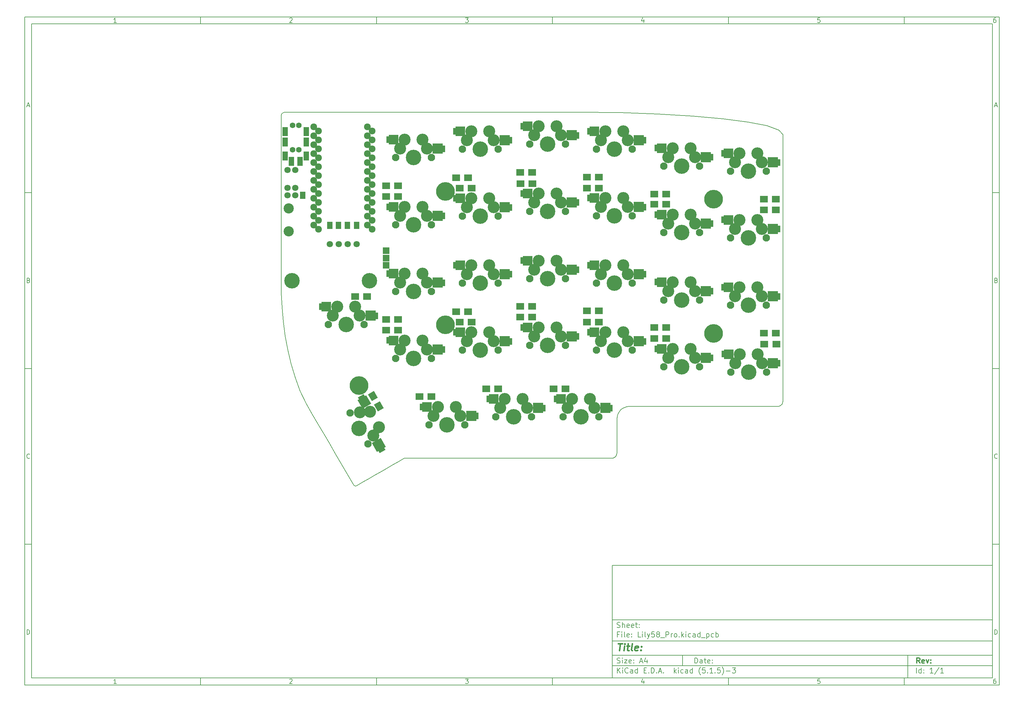
<source format=gts>
G04 #@! TF.GenerationSoftware,KiCad,Pcbnew,(5.1.5)-3*
G04 #@! TF.CreationDate,2020-05-06T00:51:22+04:00*
G04 #@! TF.ProjectId,Lily58_Pro,4c696c79-3538-45f5-9072-6f2e6b696361,rev?*
G04 #@! TF.SameCoordinates,Original*
G04 #@! TF.FileFunction,Soldermask,Top*
G04 #@! TF.FilePolarity,Negative*
%FSLAX46Y46*%
G04 Gerber Fmt 4.6, Leading zero omitted, Abs format (unit mm)*
G04 Created by KiCad (PCBNEW (5.1.5)-3) date 2020-05-06 00:51:22*
%MOMM*%
%LPD*%
G04 APERTURE LIST*
%ADD10C,0.100000*%
%ADD11C,0.150000*%
%ADD12C,0.300000*%
%ADD13C,0.400000*%
%ADD14C,0.200000*%
%ADD15C,3.400000*%
%ADD16C,2.100000*%
%ADD17C,4.400000*%
%ADD18C,0.500000*%
%ADD19R,2.900000X2.900000*%
%ADD20R,2.800000X2.800000*%
%ADD21R,1.100000X1.900000*%
%ADD22C,1.600000*%
%ADD23R,1.600000X2.500000*%
%ADD24R,1.924000X1.924000*%
%ADD25C,1.924000*%
%ADD26C,5.300000*%
%ADD27C,1.797000*%
%ADD28R,1.543000X1.035000*%
%ADD29C,2.900000*%
%ADD30R,0.781000X0.781000*%
%ADD31R,2.200000X1.900000*%
G04 APERTURE END LIST*
D10*
D11*
X177002200Y-166007200D02*
X177002200Y-198007200D01*
X285002200Y-198007200D01*
X285002200Y-166007200D01*
X177002200Y-166007200D01*
D10*
D11*
X10000000Y-10000000D02*
X10000000Y-200007200D01*
X287002200Y-200007200D01*
X287002200Y-10000000D01*
X10000000Y-10000000D01*
D10*
D11*
X12000000Y-12000000D02*
X12000000Y-198007200D01*
X285002200Y-198007200D01*
X285002200Y-12000000D01*
X12000000Y-12000000D01*
D10*
D11*
X60000000Y-12000000D02*
X60000000Y-10000000D01*
D10*
D11*
X110000000Y-12000000D02*
X110000000Y-10000000D01*
D10*
D11*
X160000000Y-12000000D02*
X160000000Y-10000000D01*
D10*
D11*
X210000000Y-12000000D02*
X210000000Y-10000000D01*
D10*
D11*
X260000000Y-12000000D02*
X260000000Y-10000000D01*
D10*
D11*
X36065476Y-11588095D02*
X35322619Y-11588095D01*
X35694047Y-11588095D02*
X35694047Y-10288095D01*
X35570238Y-10473809D01*
X35446428Y-10597619D01*
X35322619Y-10659523D01*
D10*
D11*
X85322619Y-10411904D02*
X85384523Y-10350000D01*
X85508333Y-10288095D01*
X85817857Y-10288095D01*
X85941666Y-10350000D01*
X86003571Y-10411904D01*
X86065476Y-10535714D01*
X86065476Y-10659523D01*
X86003571Y-10845238D01*
X85260714Y-11588095D01*
X86065476Y-11588095D01*
D10*
D11*
X135260714Y-10288095D02*
X136065476Y-10288095D01*
X135632142Y-10783333D01*
X135817857Y-10783333D01*
X135941666Y-10845238D01*
X136003571Y-10907142D01*
X136065476Y-11030952D01*
X136065476Y-11340476D01*
X136003571Y-11464285D01*
X135941666Y-11526190D01*
X135817857Y-11588095D01*
X135446428Y-11588095D01*
X135322619Y-11526190D01*
X135260714Y-11464285D01*
D10*
D11*
X185941666Y-10721428D02*
X185941666Y-11588095D01*
X185632142Y-10226190D02*
X185322619Y-11154761D01*
X186127380Y-11154761D01*
D10*
D11*
X236003571Y-10288095D02*
X235384523Y-10288095D01*
X235322619Y-10907142D01*
X235384523Y-10845238D01*
X235508333Y-10783333D01*
X235817857Y-10783333D01*
X235941666Y-10845238D01*
X236003571Y-10907142D01*
X236065476Y-11030952D01*
X236065476Y-11340476D01*
X236003571Y-11464285D01*
X235941666Y-11526190D01*
X235817857Y-11588095D01*
X235508333Y-11588095D01*
X235384523Y-11526190D01*
X235322619Y-11464285D01*
D10*
D11*
X285941666Y-10288095D02*
X285694047Y-10288095D01*
X285570238Y-10350000D01*
X285508333Y-10411904D01*
X285384523Y-10597619D01*
X285322619Y-10845238D01*
X285322619Y-11340476D01*
X285384523Y-11464285D01*
X285446428Y-11526190D01*
X285570238Y-11588095D01*
X285817857Y-11588095D01*
X285941666Y-11526190D01*
X286003571Y-11464285D01*
X286065476Y-11340476D01*
X286065476Y-11030952D01*
X286003571Y-10907142D01*
X285941666Y-10845238D01*
X285817857Y-10783333D01*
X285570238Y-10783333D01*
X285446428Y-10845238D01*
X285384523Y-10907142D01*
X285322619Y-11030952D01*
D10*
D11*
X60000000Y-198007200D02*
X60000000Y-200007200D01*
D10*
D11*
X110000000Y-198007200D02*
X110000000Y-200007200D01*
D10*
D11*
X160000000Y-198007200D02*
X160000000Y-200007200D01*
D10*
D11*
X210000000Y-198007200D02*
X210000000Y-200007200D01*
D10*
D11*
X260000000Y-198007200D02*
X260000000Y-200007200D01*
D10*
D11*
X36065476Y-199595295D02*
X35322619Y-199595295D01*
X35694047Y-199595295D02*
X35694047Y-198295295D01*
X35570238Y-198481009D01*
X35446428Y-198604819D01*
X35322619Y-198666723D01*
D10*
D11*
X85322619Y-198419104D02*
X85384523Y-198357200D01*
X85508333Y-198295295D01*
X85817857Y-198295295D01*
X85941666Y-198357200D01*
X86003571Y-198419104D01*
X86065476Y-198542914D01*
X86065476Y-198666723D01*
X86003571Y-198852438D01*
X85260714Y-199595295D01*
X86065476Y-199595295D01*
D10*
D11*
X135260714Y-198295295D02*
X136065476Y-198295295D01*
X135632142Y-198790533D01*
X135817857Y-198790533D01*
X135941666Y-198852438D01*
X136003571Y-198914342D01*
X136065476Y-199038152D01*
X136065476Y-199347676D01*
X136003571Y-199471485D01*
X135941666Y-199533390D01*
X135817857Y-199595295D01*
X135446428Y-199595295D01*
X135322619Y-199533390D01*
X135260714Y-199471485D01*
D10*
D11*
X185941666Y-198728628D02*
X185941666Y-199595295D01*
X185632142Y-198233390D02*
X185322619Y-199161961D01*
X186127380Y-199161961D01*
D10*
D11*
X236003571Y-198295295D02*
X235384523Y-198295295D01*
X235322619Y-198914342D01*
X235384523Y-198852438D01*
X235508333Y-198790533D01*
X235817857Y-198790533D01*
X235941666Y-198852438D01*
X236003571Y-198914342D01*
X236065476Y-199038152D01*
X236065476Y-199347676D01*
X236003571Y-199471485D01*
X235941666Y-199533390D01*
X235817857Y-199595295D01*
X235508333Y-199595295D01*
X235384523Y-199533390D01*
X235322619Y-199471485D01*
D10*
D11*
X285941666Y-198295295D02*
X285694047Y-198295295D01*
X285570238Y-198357200D01*
X285508333Y-198419104D01*
X285384523Y-198604819D01*
X285322619Y-198852438D01*
X285322619Y-199347676D01*
X285384523Y-199471485D01*
X285446428Y-199533390D01*
X285570238Y-199595295D01*
X285817857Y-199595295D01*
X285941666Y-199533390D01*
X286003571Y-199471485D01*
X286065476Y-199347676D01*
X286065476Y-199038152D01*
X286003571Y-198914342D01*
X285941666Y-198852438D01*
X285817857Y-198790533D01*
X285570238Y-198790533D01*
X285446428Y-198852438D01*
X285384523Y-198914342D01*
X285322619Y-199038152D01*
D10*
D11*
X10000000Y-60000000D02*
X12000000Y-60000000D01*
D10*
D11*
X10000000Y-110000000D02*
X12000000Y-110000000D01*
D10*
D11*
X10000000Y-160000000D02*
X12000000Y-160000000D01*
D10*
D11*
X10690476Y-35216666D02*
X11309523Y-35216666D01*
X10566666Y-35588095D02*
X11000000Y-34288095D01*
X11433333Y-35588095D01*
D10*
D11*
X11092857Y-84907142D02*
X11278571Y-84969047D01*
X11340476Y-85030952D01*
X11402380Y-85154761D01*
X11402380Y-85340476D01*
X11340476Y-85464285D01*
X11278571Y-85526190D01*
X11154761Y-85588095D01*
X10659523Y-85588095D01*
X10659523Y-84288095D01*
X11092857Y-84288095D01*
X11216666Y-84350000D01*
X11278571Y-84411904D01*
X11340476Y-84535714D01*
X11340476Y-84659523D01*
X11278571Y-84783333D01*
X11216666Y-84845238D01*
X11092857Y-84907142D01*
X10659523Y-84907142D01*
D10*
D11*
X11402380Y-135464285D02*
X11340476Y-135526190D01*
X11154761Y-135588095D01*
X11030952Y-135588095D01*
X10845238Y-135526190D01*
X10721428Y-135402380D01*
X10659523Y-135278571D01*
X10597619Y-135030952D01*
X10597619Y-134845238D01*
X10659523Y-134597619D01*
X10721428Y-134473809D01*
X10845238Y-134350000D01*
X11030952Y-134288095D01*
X11154761Y-134288095D01*
X11340476Y-134350000D01*
X11402380Y-134411904D01*
D10*
D11*
X10659523Y-185588095D02*
X10659523Y-184288095D01*
X10969047Y-184288095D01*
X11154761Y-184350000D01*
X11278571Y-184473809D01*
X11340476Y-184597619D01*
X11402380Y-184845238D01*
X11402380Y-185030952D01*
X11340476Y-185278571D01*
X11278571Y-185402380D01*
X11154761Y-185526190D01*
X10969047Y-185588095D01*
X10659523Y-185588095D01*
D10*
D11*
X287002200Y-60000000D02*
X285002200Y-60000000D01*
D10*
D11*
X287002200Y-110000000D02*
X285002200Y-110000000D01*
D10*
D11*
X287002200Y-160000000D02*
X285002200Y-160000000D01*
D10*
D11*
X285692676Y-35216666D02*
X286311723Y-35216666D01*
X285568866Y-35588095D02*
X286002200Y-34288095D01*
X286435533Y-35588095D01*
D10*
D11*
X286095057Y-84907142D02*
X286280771Y-84969047D01*
X286342676Y-85030952D01*
X286404580Y-85154761D01*
X286404580Y-85340476D01*
X286342676Y-85464285D01*
X286280771Y-85526190D01*
X286156961Y-85588095D01*
X285661723Y-85588095D01*
X285661723Y-84288095D01*
X286095057Y-84288095D01*
X286218866Y-84350000D01*
X286280771Y-84411904D01*
X286342676Y-84535714D01*
X286342676Y-84659523D01*
X286280771Y-84783333D01*
X286218866Y-84845238D01*
X286095057Y-84907142D01*
X285661723Y-84907142D01*
D10*
D11*
X286404580Y-135464285D02*
X286342676Y-135526190D01*
X286156961Y-135588095D01*
X286033152Y-135588095D01*
X285847438Y-135526190D01*
X285723628Y-135402380D01*
X285661723Y-135278571D01*
X285599819Y-135030952D01*
X285599819Y-134845238D01*
X285661723Y-134597619D01*
X285723628Y-134473809D01*
X285847438Y-134350000D01*
X286033152Y-134288095D01*
X286156961Y-134288095D01*
X286342676Y-134350000D01*
X286404580Y-134411904D01*
D10*
D11*
X285661723Y-185588095D02*
X285661723Y-184288095D01*
X285971247Y-184288095D01*
X286156961Y-184350000D01*
X286280771Y-184473809D01*
X286342676Y-184597619D01*
X286404580Y-184845238D01*
X286404580Y-185030952D01*
X286342676Y-185278571D01*
X286280771Y-185402380D01*
X286156961Y-185526190D01*
X285971247Y-185588095D01*
X285661723Y-185588095D01*
D10*
D11*
X200434342Y-193785771D02*
X200434342Y-192285771D01*
X200791485Y-192285771D01*
X201005771Y-192357200D01*
X201148628Y-192500057D01*
X201220057Y-192642914D01*
X201291485Y-192928628D01*
X201291485Y-193142914D01*
X201220057Y-193428628D01*
X201148628Y-193571485D01*
X201005771Y-193714342D01*
X200791485Y-193785771D01*
X200434342Y-193785771D01*
X202577200Y-193785771D02*
X202577200Y-193000057D01*
X202505771Y-192857200D01*
X202362914Y-192785771D01*
X202077200Y-192785771D01*
X201934342Y-192857200D01*
X202577200Y-193714342D02*
X202434342Y-193785771D01*
X202077200Y-193785771D01*
X201934342Y-193714342D01*
X201862914Y-193571485D01*
X201862914Y-193428628D01*
X201934342Y-193285771D01*
X202077200Y-193214342D01*
X202434342Y-193214342D01*
X202577200Y-193142914D01*
X203077200Y-192785771D02*
X203648628Y-192785771D01*
X203291485Y-192285771D02*
X203291485Y-193571485D01*
X203362914Y-193714342D01*
X203505771Y-193785771D01*
X203648628Y-193785771D01*
X204720057Y-193714342D02*
X204577200Y-193785771D01*
X204291485Y-193785771D01*
X204148628Y-193714342D01*
X204077200Y-193571485D01*
X204077200Y-193000057D01*
X204148628Y-192857200D01*
X204291485Y-192785771D01*
X204577200Y-192785771D01*
X204720057Y-192857200D01*
X204791485Y-193000057D01*
X204791485Y-193142914D01*
X204077200Y-193285771D01*
X205434342Y-193642914D02*
X205505771Y-193714342D01*
X205434342Y-193785771D01*
X205362914Y-193714342D01*
X205434342Y-193642914D01*
X205434342Y-193785771D01*
X205434342Y-192857200D02*
X205505771Y-192928628D01*
X205434342Y-193000057D01*
X205362914Y-192928628D01*
X205434342Y-192857200D01*
X205434342Y-193000057D01*
D10*
D11*
X177002200Y-194507200D02*
X285002200Y-194507200D01*
D10*
D11*
X178434342Y-196585771D02*
X178434342Y-195085771D01*
X179291485Y-196585771D02*
X178648628Y-195728628D01*
X179291485Y-195085771D02*
X178434342Y-195942914D01*
X179934342Y-196585771D02*
X179934342Y-195585771D01*
X179934342Y-195085771D02*
X179862914Y-195157200D01*
X179934342Y-195228628D01*
X180005771Y-195157200D01*
X179934342Y-195085771D01*
X179934342Y-195228628D01*
X181505771Y-196442914D02*
X181434342Y-196514342D01*
X181220057Y-196585771D01*
X181077200Y-196585771D01*
X180862914Y-196514342D01*
X180720057Y-196371485D01*
X180648628Y-196228628D01*
X180577200Y-195942914D01*
X180577200Y-195728628D01*
X180648628Y-195442914D01*
X180720057Y-195300057D01*
X180862914Y-195157200D01*
X181077200Y-195085771D01*
X181220057Y-195085771D01*
X181434342Y-195157200D01*
X181505771Y-195228628D01*
X182791485Y-196585771D02*
X182791485Y-195800057D01*
X182720057Y-195657200D01*
X182577200Y-195585771D01*
X182291485Y-195585771D01*
X182148628Y-195657200D01*
X182791485Y-196514342D02*
X182648628Y-196585771D01*
X182291485Y-196585771D01*
X182148628Y-196514342D01*
X182077200Y-196371485D01*
X182077200Y-196228628D01*
X182148628Y-196085771D01*
X182291485Y-196014342D01*
X182648628Y-196014342D01*
X182791485Y-195942914D01*
X184148628Y-196585771D02*
X184148628Y-195085771D01*
X184148628Y-196514342D02*
X184005771Y-196585771D01*
X183720057Y-196585771D01*
X183577200Y-196514342D01*
X183505771Y-196442914D01*
X183434342Y-196300057D01*
X183434342Y-195871485D01*
X183505771Y-195728628D01*
X183577200Y-195657200D01*
X183720057Y-195585771D01*
X184005771Y-195585771D01*
X184148628Y-195657200D01*
X186005771Y-195800057D02*
X186505771Y-195800057D01*
X186720057Y-196585771D02*
X186005771Y-196585771D01*
X186005771Y-195085771D01*
X186720057Y-195085771D01*
X187362914Y-196442914D02*
X187434342Y-196514342D01*
X187362914Y-196585771D01*
X187291485Y-196514342D01*
X187362914Y-196442914D01*
X187362914Y-196585771D01*
X188077200Y-196585771D02*
X188077200Y-195085771D01*
X188434342Y-195085771D01*
X188648628Y-195157200D01*
X188791485Y-195300057D01*
X188862914Y-195442914D01*
X188934342Y-195728628D01*
X188934342Y-195942914D01*
X188862914Y-196228628D01*
X188791485Y-196371485D01*
X188648628Y-196514342D01*
X188434342Y-196585771D01*
X188077200Y-196585771D01*
X189577200Y-196442914D02*
X189648628Y-196514342D01*
X189577200Y-196585771D01*
X189505771Y-196514342D01*
X189577200Y-196442914D01*
X189577200Y-196585771D01*
X190220057Y-196157200D02*
X190934342Y-196157200D01*
X190077200Y-196585771D02*
X190577200Y-195085771D01*
X191077200Y-196585771D01*
X191577200Y-196442914D02*
X191648628Y-196514342D01*
X191577200Y-196585771D01*
X191505771Y-196514342D01*
X191577200Y-196442914D01*
X191577200Y-196585771D01*
X194577200Y-196585771D02*
X194577200Y-195085771D01*
X194720057Y-196014342D02*
X195148628Y-196585771D01*
X195148628Y-195585771D02*
X194577200Y-196157200D01*
X195791485Y-196585771D02*
X195791485Y-195585771D01*
X195791485Y-195085771D02*
X195720057Y-195157200D01*
X195791485Y-195228628D01*
X195862914Y-195157200D01*
X195791485Y-195085771D01*
X195791485Y-195228628D01*
X197148628Y-196514342D02*
X197005771Y-196585771D01*
X196720057Y-196585771D01*
X196577200Y-196514342D01*
X196505771Y-196442914D01*
X196434342Y-196300057D01*
X196434342Y-195871485D01*
X196505771Y-195728628D01*
X196577200Y-195657200D01*
X196720057Y-195585771D01*
X197005771Y-195585771D01*
X197148628Y-195657200D01*
X198434342Y-196585771D02*
X198434342Y-195800057D01*
X198362914Y-195657200D01*
X198220057Y-195585771D01*
X197934342Y-195585771D01*
X197791485Y-195657200D01*
X198434342Y-196514342D02*
X198291485Y-196585771D01*
X197934342Y-196585771D01*
X197791485Y-196514342D01*
X197720057Y-196371485D01*
X197720057Y-196228628D01*
X197791485Y-196085771D01*
X197934342Y-196014342D01*
X198291485Y-196014342D01*
X198434342Y-195942914D01*
X199791485Y-196585771D02*
X199791485Y-195085771D01*
X199791485Y-196514342D02*
X199648628Y-196585771D01*
X199362914Y-196585771D01*
X199220057Y-196514342D01*
X199148628Y-196442914D01*
X199077200Y-196300057D01*
X199077200Y-195871485D01*
X199148628Y-195728628D01*
X199220057Y-195657200D01*
X199362914Y-195585771D01*
X199648628Y-195585771D01*
X199791485Y-195657200D01*
X202077200Y-197157200D02*
X202005771Y-197085771D01*
X201862914Y-196871485D01*
X201791485Y-196728628D01*
X201720057Y-196514342D01*
X201648628Y-196157200D01*
X201648628Y-195871485D01*
X201720057Y-195514342D01*
X201791485Y-195300057D01*
X201862914Y-195157200D01*
X202005771Y-194942914D01*
X202077200Y-194871485D01*
X203362914Y-195085771D02*
X202648628Y-195085771D01*
X202577200Y-195800057D01*
X202648628Y-195728628D01*
X202791485Y-195657200D01*
X203148628Y-195657200D01*
X203291485Y-195728628D01*
X203362914Y-195800057D01*
X203434342Y-195942914D01*
X203434342Y-196300057D01*
X203362914Y-196442914D01*
X203291485Y-196514342D01*
X203148628Y-196585771D01*
X202791485Y-196585771D01*
X202648628Y-196514342D01*
X202577200Y-196442914D01*
X204077200Y-196442914D02*
X204148628Y-196514342D01*
X204077200Y-196585771D01*
X204005771Y-196514342D01*
X204077200Y-196442914D01*
X204077200Y-196585771D01*
X205577200Y-196585771D02*
X204720057Y-196585771D01*
X205148628Y-196585771D02*
X205148628Y-195085771D01*
X205005771Y-195300057D01*
X204862914Y-195442914D01*
X204720057Y-195514342D01*
X206220057Y-196442914D02*
X206291485Y-196514342D01*
X206220057Y-196585771D01*
X206148628Y-196514342D01*
X206220057Y-196442914D01*
X206220057Y-196585771D01*
X207648628Y-195085771D02*
X206934342Y-195085771D01*
X206862914Y-195800057D01*
X206934342Y-195728628D01*
X207077200Y-195657200D01*
X207434342Y-195657200D01*
X207577200Y-195728628D01*
X207648628Y-195800057D01*
X207720057Y-195942914D01*
X207720057Y-196300057D01*
X207648628Y-196442914D01*
X207577200Y-196514342D01*
X207434342Y-196585771D01*
X207077200Y-196585771D01*
X206934342Y-196514342D01*
X206862914Y-196442914D01*
X208220057Y-197157200D02*
X208291485Y-197085771D01*
X208434342Y-196871485D01*
X208505771Y-196728628D01*
X208577200Y-196514342D01*
X208648628Y-196157200D01*
X208648628Y-195871485D01*
X208577200Y-195514342D01*
X208505771Y-195300057D01*
X208434342Y-195157200D01*
X208291485Y-194942914D01*
X208220057Y-194871485D01*
X209362914Y-196014342D02*
X210505771Y-196014342D01*
X211077200Y-195085771D02*
X212005771Y-195085771D01*
X211505771Y-195657200D01*
X211720057Y-195657200D01*
X211862914Y-195728628D01*
X211934342Y-195800057D01*
X212005771Y-195942914D01*
X212005771Y-196300057D01*
X211934342Y-196442914D01*
X211862914Y-196514342D01*
X211720057Y-196585771D01*
X211291485Y-196585771D01*
X211148628Y-196514342D01*
X211077200Y-196442914D01*
D10*
D11*
X177002200Y-191507200D02*
X285002200Y-191507200D01*
D10*
D12*
X264411485Y-193785771D02*
X263911485Y-193071485D01*
X263554342Y-193785771D02*
X263554342Y-192285771D01*
X264125771Y-192285771D01*
X264268628Y-192357200D01*
X264340057Y-192428628D01*
X264411485Y-192571485D01*
X264411485Y-192785771D01*
X264340057Y-192928628D01*
X264268628Y-193000057D01*
X264125771Y-193071485D01*
X263554342Y-193071485D01*
X265625771Y-193714342D02*
X265482914Y-193785771D01*
X265197200Y-193785771D01*
X265054342Y-193714342D01*
X264982914Y-193571485D01*
X264982914Y-193000057D01*
X265054342Y-192857200D01*
X265197200Y-192785771D01*
X265482914Y-192785771D01*
X265625771Y-192857200D01*
X265697200Y-193000057D01*
X265697200Y-193142914D01*
X264982914Y-193285771D01*
X266197200Y-192785771D02*
X266554342Y-193785771D01*
X266911485Y-192785771D01*
X267482914Y-193642914D02*
X267554342Y-193714342D01*
X267482914Y-193785771D01*
X267411485Y-193714342D01*
X267482914Y-193642914D01*
X267482914Y-193785771D01*
X267482914Y-192857200D02*
X267554342Y-192928628D01*
X267482914Y-193000057D01*
X267411485Y-192928628D01*
X267482914Y-192857200D01*
X267482914Y-193000057D01*
D10*
D11*
X178362914Y-193714342D02*
X178577200Y-193785771D01*
X178934342Y-193785771D01*
X179077200Y-193714342D01*
X179148628Y-193642914D01*
X179220057Y-193500057D01*
X179220057Y-193357200D01*
X179148628Y-193214342D01*
X179077200Y-193142914D01*
X178934342Y-193071485D01*
X178648628Y-193000057D01*
X178505771Y-192928628D01*
X178434342Y-192857200D01*
X178362914Y-192714342D01*
X178362914Y-192571485D01*
X178434342Y-192428628D01*
X178505771Y-192357200D01*
X178648628Y-192285771D01*
X179005771Y-192285771D01*
X179220057Y-192357200D01*
X179862914Y-193785771D02*
X179862914Y-192785771D01*
X179862914Y-192285771D02*
X179791485Y-192357200D01*
X179862914Y-192428628D01*
X179934342Y-192357200D01*
X179862914Y-192285771D01*
X179862914Y-192428628D01*
X180434342Y-192785771D02*
X181220057Y-192785771D01*
X180434342Y-193785771D01*
X181220057Y-193785771D01*
X182362914Y-193714342D02*
X182220057Y-193785771D01*
X181934342Y-193785771D01*
X181791485Y-193714342D01*
X181720057Y-193571485D01*
X181720057Y-193000057D01*
X181791485Y-192857200D01*
X181934342Y-192785771D01*
X182220057Y-192785771D01*
X182362914Y-192857200D01*
X182434342Y-193000057D01*
X182434342Y-193142914D01*
X181720057Y-193285771D01*
X183077200Y-193642914D02*
X183148628Y-193714342D01*
X183077200Y-193785771D01*
X183005771Y-193714342D01*
X183077200Y-193642914D01*
X183077200Y-193785771D01*
X183077200Y-192857200D02*
X183148628Y-192928628D01*
X183077200Y-193000057D01*
X183005771Y-192928628D01*
X183077200Y-192857200D01*
X183077200Y-193000057D01*
X184862914Y-193357200D02*
X185577200Y-193357200D01*
X184720057Y-193785771D02*
X185220057Y-192285771D01*
X185720057Y-193785771D01*
X186862914Y-192785771D02*
X186862914Y-193785771D01*
X186505771Y-192214342D02*
X186148628Y-193285771D01*
X187077200Y-193285771D01*
D10*
D11*
X263434342Y-196585771D02*
X263434342Y-195085771D01*
X264791485Y-196585771D02*
X264791485Y-195085771D01*
X264791485Y-196514342D02*
X264648628Y-196585771D01*
X264362914Y-196585771D01*
X264220057Y-196514342D01*
X264148628Y-196442914D01*
X264077200Y-196300057D01*
X264077200Y-195871485D01*
X264148628Y-195728628D01*
X264220057Y-195657200D01*
X264362914Y-195585771D01*
X264648628Y-195585771D01*
X264791485Y-195657200D01*
X265505771Y-196442914D02*
X265577200Y-196514342D01*
X265505771Y-196585771D01*
X265434342Y-196514342D01*
X265505771Y-196442914D01*
X265505771Y-196585771D01*
X265505771Y-195657200D02*
X265577200Y-195728628D01*
X265505771Y-195800057D01*
X265434342Y-195728628D01*
X265505771Y-195657200D01*
X265505771Y-195800057D01*
X268148628Y-196585771D02*
X267291485Y-196585771D01*
X267720057Y-196585771D02*
X267720057Y-195085771D01*
X267577200Y-195300057D01*
X267434342Y-195442914D01*
X267291485Y-195514342D01*
X269862914Y-195014342D02*
X268577200Y-196942914D01*
X271148628Y-196585771D02*
X270291485Y-196585771D01*
X270720057Y-196585771D02*
X270720057Y-195085771D01*
X270577200Y-195300057D01*
X270434342Y-195442914D01*
X270291485Y-195514342D01*
D10*
D11*
X177002200Y-187507200D02*
X285002200Y-187507200D01*
D10*
D13*
X178714580Y-188211961D02*
X179857438Y-188211961D01*
X179036009Y-190211961D02*
X179286009Y-188211961D01*
X180274104Y-190211961D02*
X180440771Y-188878628D01*
X180524104Y-188211961D02*
X180416961Y-188307200D01*
X180500295Y-188402438D01*
X180607438Y-188307200D01*
X180524104Y-188211961D01*
X180500295Y-188402438D01*
X181107438Y-188878628D02*
X181869342Y-188878628D01*
X181476485Y-188211961D02*
X181262200Y-189926247D01*
X181333628Y-190116723D01*
X181512200Y-190211961D01*
X181702676Y-190211961D01*
X182655057Y-190211961D02*
X182476485Y-190116723D01*
X182405057Y-189926247D01*
X182619342Y-188211961D01*
X184190771Y-190116723D02*
X183988390Y-190211961D01*
X183607438Y-190211961D01*
X183428866Y-190116723D01*
X183357438Y-189926247D01*
X183452676Y-189164342D01*
X183571723Y-188973866D01*
X183774104Y-188878628D01*
X184155057Y-188878628D01*
X184333628Y-188973866D01*
X184405057Y-189164342D01*
X184381247Y-189354819D01*
X183405057Y-189545295D01*
X185155057Y-190021485D02*
X185238390Y-190116723D01*
X185131247Y-190211961D01*
X185047914Y-190116723D01*
X185155057Y-190021485D01*
X185131247Y-190211961D01*
X185286009Y-188973866D02*
X185369342Y-189069104D01*
X185262200Y-189164342D01*
X185178866Y-189069104D01*
X185286009Y-188973866D01*
X185262200Y-189164342D01*
D10*
D11*
X178934342Y-185600057D02*
X178434342Y-185600057D01*
X178434342Y-186385771D02*
X178434342Y-184885771D01*
X179148628Y-184885771D01*
X179720057Y-186385771D02*
X179720057Y-185385771D01*
X179720057Y-184885771D02*
X179648628Y-184957200D01*
X179720057Y-185028628D01*
X179791485Y-184957200D01*
X179720057Y-184885771D01*
X179720057Y-185028628D01*
X180648628Y-186385771D02*
X180505771Y-186314342D01*
X180434342Y-186171485D01*
X180434342Y-184885771D01*
X181791485Y-186314342D02*
X181648628Y-186385771D01*
X181362914Y-186385771D01*
X181220057Y-186314342D01*
X181148628Y-186171485D01*
X181148628Y-185600057D01*
X181220057Y-185457200D01*
X181362914Y-185385771D01*
X181648628Y-185385771D01*
X181791485Y-185457200D01*
X181862914Y-185600057D01*
X181862914Y-185742914D01*
X181148628Y-185885771D01*
X182505771Y-186242914D02*
X182577200Y-186314342D01*
X182505771Y-186385771D01*
X182434342Y-186314342D01*
X182505771Y-186242914D01*
X182505771Y-186385771D01*
X182505771Y-185457200D02*
X182577200Y-185528628D01*
X182505771Y-185600057D01*
X182434342Y-185528628D01*
X182505771Y-185457200D01*
X182505771Y-185600057D01*
X185077200Y-186385771D02*
X184362914Y-186385771D01*
X184362914Y-184885771D01*
X185577200Y-186385771D02*
X185577200Y-185385771D01*
X185577200Y-184885771D02*
X185505771Y-184957200D01*
X185577200Y-185028628D01*
X185648628Y-184957200D01*
X185577200Y-184885771D01*
X185577200Y-185028628D01*
X186505771Y-186385771D02*
X186362914Y-186314342D01*
X186291485Y-186171485D01*
X186291485Y-184885771D01*
X186934342Y-185385771D02*
X187291485Y-186385771D01*
X187648628Y-185385771D02*
X187291485Y-186385771D01*
X187148628Y-186742914D01*
X187077200Y-186814342D01*
X186934342Y-186885771D01*
X188934342Y-184885771D02*
X188220057Y-184885771D01*
X188148628Y-185600057D01*
X188220057Y-185528628D01*
X188362914Y-185457200D01*
X188720057Y-185457200D01*
X188862914Y-185528628D01*
X188934342Y-185600057D01*
X189005771Y-185742914D01*
X189005771Y-186100057D01*
X188934342Y-186242914D01*
X188862914Y-186314342D01*
X188720057Y-186385771D01*
X188362914Y-186385771D01*
X188220057Y-186314342D01*
X188148628Y-186242914D01*
X189862914Y-185528628D02*
X189720057Y-185457200D01*
X189648628Y-185385771D01*
X189577200Y-185242914D01*
X189577200Y-185171485D01*
X189648628Y-185028628D01*
X189720057Y-184957200D01*
X189862914Y-184885771D01*
X190148628Y-184885771D01*
X190291485Y-184957200D01*
X190362914Y-185028628D01*
X190434342Y-185171485D01*
X190434342Y-185242914D01*
X190362914Y-185385771D01*
X190291485Y-185457200D01*
X190148628Y-185528628D01*
X189862914Y-185528628D01*
X189720057Y-185600057D01*
X189648628Y-185671485D01*
X189577200Y-185814342D01*
X189577200Y-186100057D01*
X189648628Y-186242914D01*
X189720057Y-186314342D01*
X189862914Y-186385771D01*
X190148628Y-186385771D01*
X190291485Y-186314342D01*
X190362914Y-186242914D01*
X190434342Y-186100057D01*
X190434342Y-185814342D01*
X190362914Y-185671485D01*
X190291485Y-185600057D01*
X190148628Y-185528628D01*
X190720057Y-186528628D02*
X191862914Y-186528628D01*
X192220057Y-186385771D02*
X192220057Y-184885771D01*
X192791485Y-184885771D01*
X192934342Y-184957200D01*
X193005771Y-185028628D01*
X193077200Y-185171485D01*
X193077200Y-185385771D01*
X193005771Y-185528628D01*
X192934342Y-185600057D01*
X192791485Y-185671485D01*
X192220057Y-185671485D01*
X193720057Y-186385771D02*
X193720057Y-185385771D01*
X193720057Y-185671485D02*
X193791485Y-185528628D01*
X193862914Y-185457200D01*
X194005771Y-185385771D01*
X194148628Y-185385771D01*
X194862914Y-186385771D02*
X194720057Y-186314342D01*
X194648628Y-186242914D01*
X194577200Y-186100057D01*
X194577200Y-185671485D01*
X194648628Y-185528628D01*
X194720057Y-185457200D01*
X194862914Y-185385771D01*
X195077200Y-185385771D01*
X195220057Y-185457200D01*
X195291485Y-185528628D01*
X195362914Y-185671485D01*
X195362914Y-186100057D01*
X195291485Y-186242914D01*
X195220057Y-186314342D01*
X195077200Y-186385771D01*
X194862914Y-186385771D01*
X196005771Y-186242914D02*
X196077200Y-186314342D01*
X196005771Y-186385771D01*
X195934342Y-186314342D01*
X196005771Y-186242914D01*
X196005771Y-186385771D01*
X196720057Y-186385771D02*
X196720057Y-184885771D01*
X196862914Y-185814342D02*
X197291485Y-186385771D01*
X197291485Y-185385771D02*
X196720057Y-185957200D01*
X197934342Y-186385771D02*
X197934342Y-185385771D01*
X197934342Y-184885771D02*
X197862914Y-184957200D01*
X197934342Y-185028628D01*
X198005771Y-184957200D01*
X197934342Y-184885771D01*
X197934342Y-185028628D01*
X199291485Y-186314342D02*
X199148628Y-186385771D01*
X198862914Y-186385771D01*
X198720057Y-186314342D01*
X198648628Y-186242914D01*
X198577200Y-186100057D01*
X198577200Y-185671485D01*
X198648628Y-185528628D01*
X198720057Y-185457200D01*
X198862914Y-185385771D01*
X199148628Y-185385771D01*
X199291485Y-185457200D01*
X200577200Y-186385771D02*
X200577200Y-185600057D01*
X200505771Y-185457200D01*
X200362914Y-185385771D01*
X200077200Y-185385771D01*
X199934342Y-185457200D01*
X200577200Y-186314342D02*
X200434342Y-186385771D01*
X200077200Y-186385771D01*
X199934342Y-186314342D01*
X199862914Y-186171485D01*
X199862914Y-186028628D01*
X199934342Y-185885771D01*
X200077200Y-185814342D01*
X200434342Y-185814342D01*
X200577200Y-185742914D01*
X201934342Y-186385771D02*
X201934342Y-184885771D01*
X201934342Y-186314342D02*
X201791485Y-186385771D01*
X201505771Y-186385771D01*
X201362914Y-186314342D01*
X201291485Y-186242914D01*
X201220057Y-186100057D01*
X201220057Y-185671485D01*
X201291485Y-185528628D01*
X201362914Y-185457200D01*
X201505771Y-185385771D01*
X201791485Y-185385771D01*
X201934342Y-185457200D01*
X202291485Y-186528628D02*
X203434342Y-186528628D01*
X203791485Y-185385771D02*
X203791485Y-186885771D01*
X203791485Y-185457200D02*
X203934342Y-185385771D01*
X204220057Y-185385771D01*
X204362914Y-185457200D01*
X204434342Y-185528628D01*
X204505771Y-185671485D01*
X204505771Y-186100057D01*
X204434342Y-186242914D01*
X204362914Y-186314342D01*
X204220057Y-186385771D01*
X203934342Y-186385771D01*
X203791485Y-186314342D01*
X205791485Y-186314342D02*
X205648628Y-186385771D01*
X205362914Y-186385771D01*
X205220057Y-186314342D01*
X205148628Y-186242914D01*
X205077200Y-186100057D01*
X205077200Y-185671485D01*
X205148628Y-185528628D01*
X205220057Y-185457200D01*
X205362914Y-185385771D01*
X205648628Y-185385771D01*
X205791485Y-185457200D01*
X206434342Y-186385771D02*
X206434342Y-184885771D01*
X206434342Y-185457200D02*
X206577200Y-185385771D01*
X206862914Y-185385771D01*
X207005771Y-185457200D01*
X207077200Y-185528628D01*
X207148628Y-185671485D01*
X207148628Y-186100057D01*
X207077200Y-186242914D01*
X207005771Y-186314342D01*
X206862914Y-186385771D01*
X206577200Y-186385771D01*
X206434342Y-186314342D01*
D10*
D11*
X177002200Y-181507200D02*
X285002200Y-181507200D01*
D10*
D11*
X178362914Y-183614342D02*
X178577200Y-183685771D01*
X178934342Y-183685771D01*
X179077200Y-183614342D01*
X179148628Y-183542914D01*
X179220057Y-183400057D01*
X179220057Y-183257200D01*
X179148628Y-183114342D01*
X179077200Y-183042914D01*
X178934342Y-182971485D01*
X178648628Y-182900057D01*
X178505771Y-182828628D01*
X178434342Y-182757200D01*
X178362914Y-182614342D01*
X178362914Y-182471485D01*
X178434342Y-182328628D01*
X178505771Y-182257200D01*
X178648628Y-182185771D01*
X179005771Y-182185771D01*
X179220057Y-182257200D01*
X179862914Y-183685771D02*
X179862914Y-182185771D01*
X180505771Y-183685771D02*
X180505771Y-182900057D01*
X180434342Y-182757200D01*
X180291485Y-182685771D01*
X180077200Y-182685771D01*
X179934342Y-182757200D01*
X179862914Y-182828628D01*
X181791485Y-183614342D02*
X181648628Y-183685771D01*
X181362914Y-183685771D01*
X181220057Y-183614342D01*
X181148628Y-183471485D01*
X181148628Y-182900057D01*
X181220057Y-182757200D01*
X181362914Y-182685771D01*
X181648628Y-182685771D01*
X181791485Y-182757200D01*
X181862914Y-182900057D01*
X181862914Y-183042914D01*
X181148628Y-183185771D01*
X183077200Y-183614342D02*
X182934342Y-183685771D01*
X182648628Y-183685771D01*
X182505771Y-183614342D01*
X182434342Y-183471485D01*
X182434342Y-182900057D01*
X182505771Y-182757200D01*
X182648628Y-182685771D01*
X182934342Y-182685771D01*
X183077200Y-182757200D01*
X183148628Y-182900057D01*
X183148628Y-183042914D01*
X182434342Y-183185771D01*
X183577200Y-182685771D02*
X184148628Y-182685771D01*
X183791485Y-182185771D02*
X183791485Y-183471485D01*
X183862914Y-183614342D01*
X184005771Y-183685771D01*
X184148628Y-183685771D01*
X184648628Y-183542914D02*
X184720057Y-183614342D01*
X184648628Y-183685771D01*
X184577200Y-183614342D01*
X184648628Y-183542914D01*
X184648628Y-183685771D01*
X184648628Y-182757200D02*
X184720057Y-182828628D01*
X184648628Y-182900057D01*
X184577200Y-182828628D01*
X184648628Y-182757200D01*
X184648628Y-182900057D01*
D10*
D11*
X197002200Y-191507200D02*
X197002200Y-194507200D01*
D10*
D11*
X261002200Y-191507200D02*
X261002200Y-198007200D01*
D14*
X116186619Y-136480784D02*
X117862313Y-135510645D01*
X114510925Y-137450923D02*
X116186619Y-136480784D01*
X82937528Y-50750629D02*
X82937528Y-44443695D01*
X82937528Y-57057562D02*
X82937528Y-50750629D01*
X115211711Y-37086762D02*
X104803877Y-37086762D01*
X218692418Y-120789735D02*
X223959999Y-120789735D01*
X213424836Y-120789735D02*
X218692418Y-120789735D01*
X208157255Y-120789735D02*
X213424836Y-120789735D01*
X202889673Y-120789735D02*
X208157255Y-120789735D01*
X197622092Y-120789735D02*
X202889673Y-120789735D01*
X192354511Y-120789735D02*
X197622092Y-120789735D01*
X187086929Y-120789735D02*
X192354511Y-120789735D01*
X181819348Y-120789735D02*
X187086929Y-120789735D01*
X181113524Y-120860778D02*
X181819348Y-120789735D01*
X180456326Y-121064561D02*
X181113524Y-120860778D01*
X179861773Y-121387065D02*
X180456326Y-121064561D01*
X179343884Y-121814271D02*
X179861773Y-121387065D01*
X178916678Y-122332160D02*
X179343884Y-121814271D01*
X178594174Y-122926713D02*
X178916678Y-122332160D01*
X178390391Y-123583911D02*
X178594174Y-122926713D01*
X178319348Y-124289735D02*
X178390391Y-123583911D01*
X199807654Y-38170488D02*
X189919538Y-37585374D01*
X208420758Y-38945561D02*
X199807654Y-38170488D01*
X215525697Y-39885159D02*
X208420758Y-38945561D01*
X220889319Y-40963847D02*
X215525697Y-39885159D01*
X178989563Y-37215654D02*
X167250881Y-37086762D01*
X189919538Y-37585374D02*
X178989563Y-37215654D01*
X177658308Y-135255660D02*
X177403500Y-135393876D01*
X177880261Y-135072571D02*
X177658308Y-135255660D01*
X178063349Y-134850619D02*
X177880261Y-135072571D01*
X178201565Y-134595810D02*
X178063349Y-134850619D01*
X178288901Y-134314154D02*
X178201565Y-134595810D01*
X178319348Y-134011658D02*
X178288901Y-134314154D01*
X225460000Y-52918378D02*
X225460000Y-62400000D01*
X225460000Y-43436755D02*
X225460000Y-52918378D01*
X82937528Y-69671429D02*
X82937528Y-63364495D01*
X82937528Y-75978362D02*
X82937528Y-69671429D01*
X82937528Y-82285296D02*
X82937528Y-75978362D01*
X82937528Y-88592229D02*
X82937528Y-82285296D01*
X104803877Y-37086762D02*
X94396044Y-37086762D01*
X125619545Y-37086762D02*
X115211711Y-37086762D01*
X136027379Y-37086762D02*
X125619545Y-37086762D01*
X146435213Y-37086762D02*
X136027379Y-37086762D01*
X156843047Y-37086762D02*
X146435213Y-37086762D01*
X167250881Y-37086762D02*
X156843047Y-37086762D01*
X83400937Y-37265961D02*
X83579303Y-37169210D01*
X83245570Y-37394123D02*
X83400937Y-37265961D01*
X83117409Y-37549489D02*
X83245570Y-37394123D01*
X83020657Y-37727855D02*
X83117409Y-37549489D01*
X82959523Y-37925015D02*
X83020657Y-37727855D01*
X82938210Y-38136762D02*
X82959523Y-37925015D01*
X83776462Y-37108075D02*
X83988210Y-37086762D01*
X83579303Y-37169210D02*
X83776462Y-37108075D01*
X94396044Y-37086762D02*
X83988210Y-37086762D01*
X82937528Y-63364495D02*
X82937528Y-57057562D01*
X82937528Y-44443695D02*
X82937528Y-38136762D01*
X88291758Y-116318073D02*
X89993333Y-119989540D01*
X86863105Y-112530670D02*
X88291758Y-116318073D01*
X85688004Y-108649127D02*
X86863105Y-112530670D01*
X84747083Y-104695246D02*
X85688004Y-108649127D01*
X84020972Y-100690825D02*
X84747083Y-104695246D01*
X83490297Y-96657663D02*
X84020972Y-100690825D01*
X83135690Y-92617561D02*
X83490297Y-96657663D01*
X82937777Y-88592317D02*
X83135690Y-92617561D01*
X104288864Y-143357278D02*
X104456758Y-143271756D01*
X104130206Y-143404468D02*
X104288864Y-143357278D01*
X103981252Y-143413974D02*
X104130206Y-143404468D01*
X103842470Y-143386445D02*
X103981252Y-143413974D01*
X103714328Y-143322532D02*
X103842470Y-143386445D01*
X103597295Y-143222884D02*
X103714328Y-143322532D01*
X103491837Y-143088150D02*
X103597295Y-143222884D01*
X103398425Y-142918979D02*
X103491837Y-143088150D01*
X112835230Y-138421062D02*
X114510925Y-137450923D01*
X111159536Y-139391201D02*
X112835230Y-138421062D01*
X109483841Y-140361340D02*
X111159536Y-139391201D01*
X107808147Y-141331479D02*
X109483841Y-140361340D01*
X106132452Y-142301617D02*
X107808147Y-141331479D01*
X104456758Y-143271756D02*
X106132452Y-142301617D01*
X101722730Y-140052659D02*
X103398425Y-142918979D01*
X100047036Y-137186340D02*
X101722730Y-140052659D01*
X98371341Y-134320020D02*
X100047036Y-137186340D01*
X96695647Y-131453701D02*
X98371341Y-134320020D01*
X95019952Y-128587381D02*
X96695647Y-131453701D01*
X93344258Y-125721062D02*
X95019952Y-128587381D01*
X91668563Y-122854742D02*
X93344258Y-125721062D01*
X89992869Y-119988423D02*
X91668563Y-122854742D01*
X169449826Y-135511658D02*
X176819348Y-135511658D01*
X162080304Y-135511658D02*
X169449826Y-135511658D01*
X154710782Y-135511658D02*
X162080304Y-135511658D01*
X147341260Y-135511658D02*
X154710782Y-135511658D01*
X139971738Y-135511658D02*
X147341260Y-135511658D01*
X132602217Y-135511658D02*
X139971738Y-135511658D01*
X125232695Y-135511658D02*
X132602217Y-135511658D01*
X117863173Y-135511658D02*
X125232695Y-135511658D01*
X178319348Y-131597973D02*
X178319348Y-134011658D01*
X178319348Y-130379933D02*
X178319348Y-131597973D01*
X178319348Y-129161894D02*
X178319348Y-130379933D01*
X178319348Y-127943854D02*
X178319348Y-129161894D01*
X178319348Y-126725814D02*
X178319348Y-127943854D01*
X178319348Y-125507775D02*
X178319348Y-126725814D01*
X178319348Y-124289735D02*
X178319348Y-125507775D01*
X177121844Y-135481211D02*
X176819348Y-135511658D01*
X177403500Y-135393876D02*
X177121844Y-135481211D01*
X224278471Y-42156190D02*
X220889319Y-40963847D01*
X225460000Y-43436755D02*
X224278471Y-42156190D01*
X224262495Y-120759288D02*
X223959999Y-120789735D01*
X224544152Y-120671952D02*
X224262495Y-120759288D01*
X224798960Y-120533736D02*
X224544152Y-120671952D01*
X225020912Y-120350648D02*
X224798960Y-120533736D01*
X225204001Y-120128696D02*
X225020912Y-120350648D01*
X225342217Y-119873887D02*
X225204001Y-120128696D01*
X225429552Y-119592231D02*
X225342217Y-119873887D01*
X225459999Y-119289735D02*
X225429552Y-119592231D01*
X225460000Y-109808112D02*
X225460000Y-119289735D01*
X225460000Y-100326490D02*
X225460000Y-109808112D01*
X225460000Y-90844867D02*
X225460000Y-100326490D01*
X225460000Y-81363245D02*
X225460000Y-90844867D01*
X225460000Y-71881623D02*
X225460000Y-81363245D01*
X225460000Y-62400000D02*
X225460000Y-71881623D01*
D15*
X135690000Y-83159999D03*
D16*
X134420000Y-85700000D03*
X144580000Y-85700000D03*
D17*
X139500000Y-85700000D03*
D15*
X142040000Y-80620000D03*
D18*
X135675000Y-83120000D03*
X143325000Y-83120000D03*
D19*
X146400000Y-83159999D03*
D15*
X136960000Y-80620000D03*
X143310000Y-83160000D03*
D20*
X133800000Y-80620000D03*
D15*
X143310000Y-83160000D03*
D21*
X148000000Y-83200000D03*
X132300000Y-80600000D03*
D15*
X105294705Y-122430443D03*
D16*
X102460000Y-122600591D03*
X107540000Y-131399409D03*
D17*
X105000000Y-127000000D03*
D15*
X110669409Y-126659705D03*
D18*
X105321846Y-122397453D03*
X109146846Y-129022547D03*
D10*
G36*
X112630442Y-132236312D02*
G01*
X110118968Y-133686312D01*
X108668968Y-131174838D01*
X111180442Y-129724838D01*
X112630442Y-132236312D01*
G37*
D15*
X108129409Y-122260295D03*
X109104705Y-129029557D03*
D10*
G36*
X108461845Y-120036091D02*
G01*
X106036973Y-121436091D01*
X104636973Y-119011219D01*
X107061845Y-117611219D01*
X108461845Y-120036091D01*
G37*
D15*
X109104705Y-129029557D03*
D10*
G36*
X110317340Y-133109902D02*
G01*
X111962788Y-132159902D01*
X112512788Y-133112530D01*
X110867340Y-134062530D01*
X110317340Y-133109902D01*
G37*
G36*
X104719006Y-118213303D02*
G01*
X106364454Y-117263303D01*
X106914454Y-118215931D01*
X105269006Y-119165931D01*
X104719006Y-118213303D01*
G37*
D15*
X164290000Y-121209999D03*
D16*
X163020000Y-123750000D03*
X173180000Y-123750000D03*
D17*
X168100000Y-123750000D03*
D15*
X170640000Y-118670000D03*
D18*
X164275000Y-121170000D03*
X171925000Y-121170000D03*
D19*
X175000000Y-121209999D03*
D15*
X165560000Y-118670000D03*
X171910000Y-121210000D03*
D20*
X162400000Y-118670000D03*
D15*
X171910000Y-121210000D03*
D21*
X176600000Y-121250000D03*
X160900000Y-118650000D03*
D15*
X145190000Y-121209999D03*
D16*
X143920000Y-123750000D03*
X154080000Y-123750000D03*
D17*
X149000000Y-123750000D03*
D15*
X151540000Y-118670000D03*
D18*
X145175000Y-121170000D03*
X152825000Y-121170000D03*
D19*
X155900000Y-121209999D03*
D15*
X146460000Y-118670000D03*
X152810000Y-121210000D03*
D20*
X143300000Y-118670000D03*
D15*
X152810000Y-121210000D03*
D21*
X157500000Y-121250000D03*
X141800000Y-118650000D03*
D15*
X126190000Y-123459999D03*
D16*
X124920000Y-126000000D03*
X135080000Y-126000000D03*
D17*
X130000000Y-126000000D03*
D15*
X132540000Y-120920000D03*
D18*
X126175000Y-123420000D03*
X133825000Y-123420000D03*
D19*
X136900000Y-123459999D03*
D15*
X127460000Y-120920000D03*
X133810000Y-123460000D03*
D20*
X124300000Y-120920000D03*
D15*
X133810000Y-123460000D03*
D21*
X138500000Y-123500000D03*
X122800000Y-120900000D03*
D15*
X97590000Y-94959999D03*
D16*
X96320000Y-97500000D03*
X106480000Y-97500000D03*
D17*
X101400000Y-97500000D03*
D15*
X103940000Y-92420000D03*
D18*
X97575000Y-94920000D03*
X105225000Y-94920000D03*
D19*
X108300000Y-94959999D03*
D15*
X98860000Y-92420000D03*
X105210000Y-94960000D03*
D20*
X95700000Y-92420000D03*
D15*
X105210000Y-94960000D03*
D21*
X109900000Y-95000000D03*
X94200000Y-92400000D03*
D15*
X211940000Y-108459999D03*
D16*
X210670000Y-111000000D03*
X220830000Y-111000000D03*
D17*
X215750000Y-111000000D03*
D15*
X218290000Y-105920000D03*
D18*
X211925000Y-108420000D03*
X219575000Y-108420000D03*
D19*
X222650000Y-108459999D03*
D15*
X213210000Y-105920000D03*
X219560000Y-108460000D03*
D20*
X210050000Y-105920000D03*
D15*
X219560000Y-108460000D03*
D21*
X224250000Y-108500000D03*
X208550000Y-105900000D03*
D15*
X192890000Y-106959999D03*
D16*
X191620000Y-109500000D03*
X201780000Y-109500000D03*
D17*
X196700000Y-109500000D03*
D15*
X199240000Y-104420000D03*
D18*
X192875000Y-106920000D03*
X200525000Y-106920000D03*
D19*
X203600000Y-106959999D03*
D15*
X194160000Y-104420000D03*
X200510000Y-106960000D03*
D20*
X191000000Y-104420000D03*
D15*
X200510000Y-106960000D03*
D21*
X205200000Y-107000000D03*
X189500000Y-104400000D03*
D15*
X173790000Y-102259999D03*
D16*
X172520000Y-104800000D03*
X182680000Y-104800000D03*
D17*
X177600000Y-104800000D03*
D15*
X180140000Y-99720000D03*
D18*
X173775000Y-102220000D03*
X181425000Y-102220000D03*
D19*
X184500000Y-102259999D03*
D15*
X175060000Y-99720000D03*
X181410000Y-102260000D03*
D20*
X171900000Y-99720000D03*
D15*
X181410000Y-102260000D03*
D21*
X186100000Y-102300000D03*
X170400000Y-99700000D03*
D15*
X154790000Y-100859999D03*
D16*
X153520000Y-103400000D03*
X163680000Y-103400000D03*
D17*
X158600000Y-103400000D03*
D15*
X161140000Y-98320000D03*
D18*
X154775000Y-100820000D03*
X162425000Y-100820000D03*
D19*
X165500000Y-100859999D03*
D15*
X156060000Y-98320000D03*
X162410000Y-100860000D03*
D20*
X152900000Y-98320000D03*
D15*
X162410000Y-100860000D03*
D21*
X167100000Y-100900000D03*
X151400000Y-98300000D03*
D15*
X135690000Y-102259999D03*
D16*
X134420000Y-104800000D03*
X144580000Y-104800000D03*
D17*
X139500000Y-104800000D03*
D15*
X142040000Y-99720000D03*
D18*
X135675000Y-102220000D03*
X143325000Y-102220000D03*
D19*
X146400000Y-102259999D03*
D15*
X136960000Y-99720000D03*
X143310000Y-102260000D03*
D20*
X133800000Y-99720000D03*
D15*
X143310000Y-102260000D03*
D21*
X148000000Y-102300000D03*
X132300000Y-99700000D03*
D15*
X116690000Y-104559999D03*
D16*
X115420000Y-107100000D03*
X125580000Y-107100000D03*
D17*
X120500000Y-107100000D03*
D15*
X123040000Y-102020000D03*
D18*
X116675000Y-104520000D03*
X124325000Y-104520000D03*
D19*
X127400000Y-104559999D03*
D15*
X117960000Y-102020000D03*
X124310000Y-104560000D03*
D20*
X114800000Y-102020000D03*
D15*
X124310000Y-104560000D03*
D21*
X129000000Y-104600000D03*
X113300000Y-102000000D03*
D15*
X211890000Y-89459999D03*
D16*
X210620000Y-92000000D03*
X220780000Y-92000000D03*
D17*
X215700000Y-92000000D03*
D15*
X218240000Y-86920000D03*
D18*
X211875000Y-89420000D03*
X219525000Y-89420000D03*
D19*
X222600000Y-89459999D03*
D15*
X213160000Y-86920000D03*
X219510000Y-89460000D03*
D20*
X210000000Y-86920000D03*
D15*
X219510000Y-89460000D03*
D21*
X224200000Y-89500000D03*
X208500000Y-86900000D03*
D15*
X192890000Y-87959999D03*
D16*
X191620000Y-90500000D03*
X201780000Y-90500000D03*
D17*
X196700000Y-90500000D03*
D15*
X199240000Y-85420000D03*
D18*
X192875000Y-87920000D03*
X200525000Y-87920000D03*
D19*
X203600000Y-87959999D03*
D15*
X194160000Y-85420000D03*
X200510000Y-87960000D03*
D20*
X191000000Y-85420000D03*
D15*
X200510000Y-87960000D03*
D21*
X205200000Y-88000000D03*
X189500000Y-85400000D03*
D15*
X173790000Y-83159999D03*
D16*
X172520000Y-85700000D03*
X182680000Y-85700000D03*
D17*
X177600000Y-85700000D03*
D15*
X180140000Y-80620000D03*
D18*
X173775000Y-83120000D03*
X181425000Y-83120000D03*
D19*
X184500000Y-83159999D03*
D15*
X175060000Y-80620000D03*
X181410000Y-83160000D03*
D20*
X171900000Y-80620000D03*
D15*
X181410000Y-83160000D03*
D21*
X186100000Y-83200000D03*
X170400000Y-80600000D03*
D15*
X154790000Y-81859999D03*
D16*
X153520000Y-84400000D03*
X163680000Y-84400000D03*
D17*
X158600000Y-84400000D03*
D15*
X161140000Y-79320000D03*
D18*
X154775000Y-81820000D03*
X162425000Y-81820000D03*
D19*
X165500000Y-81859999D03*
D15*
X156060000Y-79320000D03*
X162410000Y-81860000D03*
D20*
X152900000Y-79320000D03*
D15*
X162410000Y-81860000D03*
D21*
X167100000Y-81900000D03*
X151400000Y-79300000D03*
D15*
X116690000Y-85559999D03*
D16*
X115420000Y-88100000D03*
X125580000Y-88100000D03*
D17*
X120500000Y-88100000D03*
D15*
X123040000Y-83020000D03*
D18*
X116675000Y-85520000D03*
X124325000Y-85520000D03*
D19*
X127400000Y-85559999D03*
D15*
X117960000Y-83020000D03*
X124310000Y-85560000D03*
D20*
X114800000Y-83020000D03*
D15*
X124310000Y-85560000D03*
D21*
X129000000Y-85600000D03*
X113300000Y-83000000D03*
D15*
X211890000Y-70259999D03*
D16*
X210620000Y-72800000D03*
X220780000Y-72800000D03*
D17*
X215700000Y-72800000D03*
D15*
X218240000Y-67720000D03*
D18*
X211875000Y-70220000D03*
X219525000Y-70220000D03*
D19*
X222600000Y-70259999D03*
D15*
X213160000Y-67720000D03*
X219510000Y-70260000D03*
D20*
X210000000Y-67720000D03*
D15*
X219510000Y-70260000D03*
D21*
X224200000Y-70300000D03*
X208500000Y-67700000D03*
D15*
X192890000Y-68759999D03*
D16*
X191620000Y-71300000D03*
X201780000Y-71300000D03*
D17*
X196700000Y-71300000D03*
D15*
X199240000Y-66220000D03*
D18*
X192875000Y-68720000D03*
X200525000Y-68720000D03*
D19*
X203600000Y-68759999D03*
D15*
X194160000Y-66220000D03*
X200510000Y-68760000D03*
D20*
X191000000Y-66220000D03*
D15*
X200510000Y-68760000D03*
D21*
X205200000Y-68800000D03*
X189500000Y-66200000D03*
D15*
X173790000Y-64059999D03*
D16*
X172520000Y-66600000D03*
X182680000Y-66600000D03*
D17*
X177600000Y-66600000D03*
D15*
X180140000Y-61520000D03*
D18*
X173775000Y-64020000D03*
X181425000Y-64020000D03*
D19*
X184500000Y-64059999D03*
D15*
X175060000Y-61520000D03*
X181410000Y-64060000D03*
D20*
X171900000Y-61520000D03*
D15*
X181410000Y-64060000D03*
D21*
X186100000Y-64100000D03*
X170400000Y-61500000D03*
D15*
X154790000Y-62759999D03*
D16*
X153520000Y-65300000D03*
X163680000Y-65300000D03*
D17*
X158600000Y-65300000D03*
D15*
X161140000Y-60220000D03*
D18*
X154775000Y-62720000D03*
X162425000Y-62720000D03*
D19*
X165500000Y-62759999D03*
D15*
X156060000Y-60220000D03*
X162410000Y-62760000D03*
D20*
X152900000Y-60220000D03*
D15*
X162410000Y-62760000D03*
D21*
X167100000Y-62800000D03*
X151400000Y-60200000D03*
D15*
X135690000Y-64159999D03*
D16*
X134420000Y-66700000D03*
X144580000Y-66700000D03*
D17*
X139500000Y-66700000D03*
D15*
X142040000Y-61620000D03*
D18*
X135675000Y-64120000D03*
X143325000Y-64120000D03*
D19*
X146400000Y-64159999D03*
D15*
X136960000Y-61620000D03*
X143310000Y-64160000D03*
D20*
X133800000Y-61620000D03*
D15*
X143310000Y-64160000D03*
D21*
X148000000Y-64200000D03*
X132300000Y-61600000D03*
D15*
X116690000Y-66559999D03*
D16*
X115420000Y-69100000D03*
X125580000Y-69100000D03*
D17*
X120500000Y-69100000D03*
D15*
X123040000Y-64020000D03*
D18*
X116675000Y-66520000D03*
X124325000Y-66520000D03*
D19*
X127400000Y-66559999D03*
D15*
X117960000Y-64020000D03*
X124310000Y-66560000D03*
D20*
X114800000Y-64020000D03*
D15*
X124310000Y-66560000D03*
D21*
X129000000Y-66600000D03*
X113300000Y-64000000D03*
D15*
X211890000Y-51359999D03*
D16*
X210620000Y-53900000D03*
X220780000Y-53900000D03*
D17*
X215700000Y-53900000D03*
D15*
X218240000Y-48820000D03*
D18*
X211875000Y-51320000D03*
X219525000Y-51320000D03*
D19*
X222600000Y-51359999D03*
D15*
X213160000Y-48820000D03*
X219510000Y-51360000D03*
D20*
X210000000Y-48820000D03*
D15*
X219510000Y-51360000D03*
D21*
X224200000Y-51400000D03*
X208500000Y-48800000D03*
D15*
X192890000Y-49859999D03*
D16*
X191620000Y-52400000D03*
X201780000Y-52400000D03*
D17*
X196700000Y-52400000D03*
D15*
X199240000Y-47320000D03*
D18*
X192875000Y-49820000D03*
X200525000Y-49820000D03*
D19*
X203600000Y-49859999D03*
D15*
X194160000Y-47320000D03*
X200510000Y-49860000D03*
D20*
X191000000Y-47320000D03*
D15*
X200510000Y-49860000D03*
D21*
X205200000Y-49900000D03*
X189500000Y-47300000D03*
D15*
X173790000Y-45059999D03*
D16*
X172520000Y-47600000D03*
X182680000Y-47600000D03*
D17*
X177600000Y-47600000D03*
D15*
X180140000Y-42520000D03*
D18*
X173775000Y-45020000D03*
X181425000Y-45020000D03*
D19*
X184500000Y-45059999D03*
D15*
X175060000Y-42520000D03*
X181410000Y-45060000D03*
D20*
X171900000Y-42520000D03*
D15*
X181410000Y-45060000D03*
D21*
X186100000Y-45100000D03*
X170400000Y-42500000D03*
D15*
X154790000Y-43669999D03*
D16*
X153520000Y-46210000D03*
X163680000Y-46210000D03*
D17*
X158600000Y-46210000D03*
D15*
X161140000Y-41130000D03*
D18*
X154775000Y-43630000D03*
X162425000Y-43630000D03*
D19*
X165500000Y-43669999D03*
D15*
X156060000Y-41130000D03*
X162410000Y-43670000D03*
D20*
X152900000Y-41130000D03*
D15*
X162410000Y-43670000D03*
D21*
X167100000Y-43710000D03*
X151400000Y-41110000D03*
D15*
X135690000Y-45059999D03*
D16*
X134420000Y-47600000D03*
X144580000Y-47600000D03*
D17*
X139500000Y-47600000D03*
D15*
X142040000Y-42520000D03*
D18*
X135675000Y-45020000D03*
X143325000Y-45020000D03*
D19*
X146400000Y-45059999D03*
D15*
X136960000Y-42520000D03*
X143310000Y-45060000D03*
D20*
X133800000Y-42520000D03*
D15*
X143310000Y-45060000D03*
D21*
X148000000Y-45100000D03*
X132300000Y-42500000D03*
D15*
X116690000Y-47459999D03*
D16*
X115420000Y-50000000D03*
X125580000Y-50000000D03*
D17*
X120500000Y-50000000D03*
D15*
X123040000Y-44920000D03*
D18*
X116675000Y-47420000D03*
X124325000Y-47420000D03*
D19*
X127400000Y-47459999D03*
D15*
X117960000Y-44920000D03*
X124310000Y-47460000D03*
D20*
X114800000Y-44920000D03*
D15*
X124310000Y-47460000D03*
D21*
X129000000Y-47500000D03*
X113300000Y-44900000D03*
D22*
X86150000Y-47800000D03*
X86150000Y-40800000D03*
D23*
X84050000Y-49600000D03*
X88250000Y-51100000D03*
X84050000Y-42600000D03*
X84050000Y-45600000D03*
D22*
X87900000Y-40800000D03*
X87900000Y-47800000D03*
D23*
X90000000Y-42600000D03*
X90000000Y-45600000D03*
X90000000Y-49600000D03*
X85800000Y-51100000D03*
D24*
X112700000Y-76500000D03*
X112700000Y-78600000D03*
X112700000Y-80600000D03*
D25*
X107420000Y-41230000D03*
X107420000Y-43770000D03*
X107420000Y-46310000D03*
X107420000Y-48850000D03*
X107420000Y-51390000D03*
X107420000Y-53930000D03*
X107420000Y-56470000D03*
X107420000Y-59010000D03*
X107420000Y-61550000D03*
X107420000Y-64090000D03*
X107420000Y-66630000D03*
X107420000Y-69170000D03*
X92180000Y-69170000D03*
X92180000Y-66630000D03*
X92180000Y-64090000D03*
X92180000Y-61550000D03*
X92180000Y-59010000D03*
X92180000Y-56470000D03*
X92180000Y-53930000D03*
X92180000Y-51390000D03*
X92180000Y-48850000D03*
X92180000Y-46310000D03*
X92180000Y-43770000D03*
X92180000Y-41230000D03*
X108718815Y-52585745D03*
X108718815Y-57665745D03*
X93478815Y-42425745D03*
X108718815Y-44965745D03*
X108718815Y-67825745D03*
X93478815Y-70365745D03*
X108718815Y-60205745D03*
X108718815Y-62745745D03*
X93478815Y-60205745D03*
X93478815Y-65285745D03*
X93478815Y-52585745D03*
X93478815Y-50045745D03*
X93478815Y-44965745D03*
X93478815Y-55125745D03*
X108718815Y-70365745D03*
X93478815Y-62745745D03*
X108718815Y-42425745D03*
X108718815Y-47505745D03*
X93478815Y-67825745D03*
X108718815Y-50045745D03*
X108718815Y-55125745D03*
X93478815Y-57665745D03*
X108718815Y-65285745D03*
X93478815Y-47505745D03*
D26*
X129600000Y-59600000D03*
X205800000Y-61800000D03*
X129600000Y-97600000D03*
X205800000Y-100000000D03*
X105000000Y-114800000D03*
D27*
X84700000Y-60700000D03*
X86900000Y-60700000D03*
X86938035Y-58579272D03*
X86938035Y-53499272D03*
X84688035Y-53499272D03*
X84688035Y-58579272D03*
D28*
X104300000Y-68799620D03*
X104300000Y-69800380D03*
X101700000Y-69800380D03*
X101700000Y-68799620D03*
X99200000Y-68799620D03*
X99200000Y-69800380D03*
X96700000Y-69800380D03*
X96700000Y-68799620D03*
D29*
X85000000Y-70950000D03*
X85000000Y-64450000D03*
D30*
X89000000Y-60700000D03*
D28*
X89000000Y-60199620D03*
X89000000Y-61200380D03*
D31*
X112700000Y-58000000D03*
X116100000Y-58000000D03*
X132600000Y-55700000D03*
X136000000Y-55700000D03*
X150800000Y-54200000D03*
X154200000Y-54200000D03*
X169800000Y-55600000D03*
X173200000Y-55600000D03*
X192300000Y-60400000D03*
X188900000Y-60400000D03*
X220100000Y-61800000D03*
X223500000Y-61800000D03*
X116100000Y-61100000D03*
X112700000Y-61100000D03*
X137000000Y-58700000D03*
X133600000Y-58700000D03*
X154300000Y-57400000D03*
X150900000Y-57400000D03*
X169800000Y-58700000D03*
X173200000Y-58700000D03*
X192300000Y-63300000D03*
X188900000Y-63300000D03*
X223500000Y-64900000D03*
X220100000Y-64900000D03*
X112700000Y-96000000D03*
X116100000Y-96000000D03*
X136000000Y-93800000D03*
X132600000Y-93800000D03*
X154200000Y-92300000D03*
X150800000Y-92300000D03*
X169800000Y-93600000D03*
X173200000Y-93600000D03*
X188900000Y-98300000D03*
X192300000Y-98300000D03*
X223500000Y-99900000D03*
X220100000Y-99900000D03*
X116100000Y-99100000D03*
X112700000Y-99100000D03*
X133600000Y-96800000D03*
X137000000Y-96800000D03*
X154200000Y-95400000D03*
X150800000Y-95400000D03*
X169800000Y-96800000D03*
X173200000Y-96800000D03*
X192300000Y-101500000D03*
X188900000Y-101500000D03*
X220200000Y-103100000D03*
X223600000Y-103100000D03*
X103900000Y-89500000D03*
X107300000Y-89500000D03*
D10*
G36*
X109277276Y-120294615D02*
G01*
X110922724Y-119344615D01*
X112022724Y-121249871D01*
X110377276Y-122199871D01*
X109277276Y-120294615D01*
G37*
G36*
X107577276Y-117350129D02*
G01*
X109222724Y-116400129D01*
X110322724Y-118305385D01*
X108677276Y-119255385D01*
X107577276Y-117350129D01*
G37*
D31*
X122200000Y-118000000D03*
X125600000Y-118000000D03*
X144600000Y-115800000D03*
X141200000Y-115800000D03*
X160300000Y-115800000D03*
X163700000Y-115800000D03*
D17*
X86000000Y-85000000D03*
X108000000Y-85000000D03*
D27*
X96700000Y-74600000D03*
X99240000Y-74600000D03*
X101780000Y-74600000D03*
X104320000Y-74600000D03*
M02*

</source>
